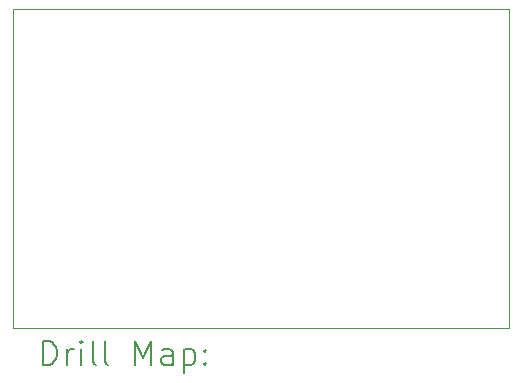
<source format=gbr>
%TF.GenerationSoftware,KiCad,Pcbnew,8.0.8*%
%TF.CreationDate,2025-02-06T15:12:19+01:00*%
%TF.ProjectId,mini-laser-driver,6d696e69-2d6c-4617-9365-722d64726976,rev?*%
%TF.SameCoordinates,Original*%
%TF.FileFunction,Drillmap*%
%TF.FilePolarity,Positive*%
%FSLAX45Y45*%
G04 Gerber Fmt 4.5, Leading zero omitted, Abs format (unit mm)*
G04 Created by KiCad (PCBNEW 8.0.8) date 2025-02-06 15:12:19*
%MOMM*%
%LPD*%
G01*
G04 APERTURE LIST*
%ADD10C,0.050000*%
%ADD11C,0.200000*%
G04 APERTURE END LIST*
D10*
X60700000Y-2700000D02*
X64900000Y-2700000D01*
X64900000Y-5400000D01*
X60700000Y-5400000D01*
X60700000Y-2700000D01*
D11*
X60958277Y-5713984D02*
X60958277Y-5513984D01*
X60958277Y-5513984D02*
X61005896Y-5513984D01*
X61005896Y-5513984D02*
X61034467Y-5523508D01*
X61034467Y-5523508D02*
X61053515Y-5542555D01*
X61053515Y-5542555D02*
X61063039Y-5561603D01*
X61063039Y-5561603D02*
X61072562Y-5599698D01*
X61072562Y-5599698D02*
X61072562Y-5628269D01*
X61072562Y-5628269D02*
X61063039Y-5666365D01*
X61063039Y-5666365D02*
X61053515Y-5685412D01*
X61053515Y-5685412D02*
X61034467Y-5704460D01*
X61034467Y-5704460D02*
X61005896Y-5713984D01*
X61005896Y-5713984D02*
X60958277Y-5713984D01*
X61158277Y-5713984D02*
X61158277Y-5580650D01*
X61158277Y-5618746D02*
X61167801Y-5599698D01*
X61167801Y-5599698D02*
X61177324Y-5590174D01*
X61177324Y-5590174D02*
X61196372Y-5580650D01*
X61196372Y-5580650D02*
X61215420Y-5580650D01*
X61282086Y-5713984D02*
X61282086Y-5580650D01*
X61282086Y-5513984D02*
X61272562Y-5523508D01*
X61272562Y-5523508D02*
X61282086Y-5533031D01*
X61282086Y-5533031D02*
X61291610Y-5523508D01*
X61291610Y-5523508D02*
X61282086Y-5513984D01*
X61282086Y-5513984D02*
X61282086Y-5533031D01*
X61405896Y-5713984D02*
X61386848Y-5704460D01*
X61386848Y-5704460D02*
X61377324Y-5685412D01*
X61377324Y-5685412D02*
X61377324Y-5513984D01*
X61510658Y-5713984D02*
X61491610Y-5704460D01*
X61491610Y-5704460D02*
X61482086Y-5685412D01*
X61482086Y-5685412D02*
X61482086Y-5513984D01*
X61739229Y-5713984D02*
X61739229Y-5513984D01*
X61739229Y-5513984D02*
X61805896Y-5656841D01*
X61805896Y-5656841D02*
X61872562Y-5513984D01*
X61872562Y-5513984D02*
X61872562Y-5713984D01*
X62053515Y-5713984D02*
X62053515Y-5609222D01*
X62053515Y-5609222D02*
X62043991Y-5590174D01*
X62043991Y-5590174D02*
X62024943Y-5580650D01*
X62024943Y-5580650D02*
X61986848Y-5580650D01*
X61986848Y-5580650D02*
X61967801Y-5590174D01*
X62053515Y-5704460D02*
X62034467Y-5713984D01*
X62034467Y-5713984D02*
X61986848Y-5713984D01*
X61986848Y-5713984D02*
X61967801Y-5704460D01*
X61967801Y-5704460D02*
X61958277Y-5685412D01*
X61958277Y-5685412D02*
X61958277Y-5666365D01*
X61958277Y-5666365D02*
X61967801Y-5647317D01*
X61967801Y-5647317D02*
X61986848Y-5637793D01*
X61986848Y-5637793D02*
X62034467Y-5637793D01*
X62034467Y-5637793D02*
X62053515Y-5628269D01*
X62148753Y-5580650D02*
X62148753Y-5780650D01*
X62148753Y-5590174D02*
X62167801Y-5580650D01*
X62167801Y-5580650D02*
X62205896Y-5580650D01*
X62205896Y-5580650D02*
X62224943Y-5590174D01*
X62224943Y-5590174D02*
X62234467Y-5599698D01*
X62234467Y-5599698D02*
X62243991Y-5618746D01*
X62243991Y-5618746D02*
X62243991Y-5675888D01*
X62243991Y-5675888D02*
X62234467Y-5694936D01*
X62234467Y-5694936D02*
X62224943Y-5704460D01*
X62224943Y-5704460D02*
X62205896Y-5713984D01*
X62205896Y-5713984D02*
X62167801Y-5713984D01*
X62167801Y-5713984D02*
X62148753Y-5704460D01*
X62329705Y-5694936D02*
X62339229Y-5704460D01*
X62339229Y-5704460D02*
X62329705Y-5713984D01*
X62329705Y-5713984D02*
X62320182Y-5704460D01*
X62320182Y-5704460D02*
X62329705Y-5694936D01*
X62329705Y-5694936D02*
X62329705Y-5713984D01*
X62329705Y-5590174D02*
X62339229Y-5599698D01*
X62339229Y-5599698D02*
X62329705Y-5609222D01*
X62329705Y-5609222D02*
X62320182Y-5599698D01*
X62320182Y-5599698D02*
X62329705Y-5590174D01*
X62329705Y-5590174D02*
X62329705Y-5609222D01*
M02*

</source>
